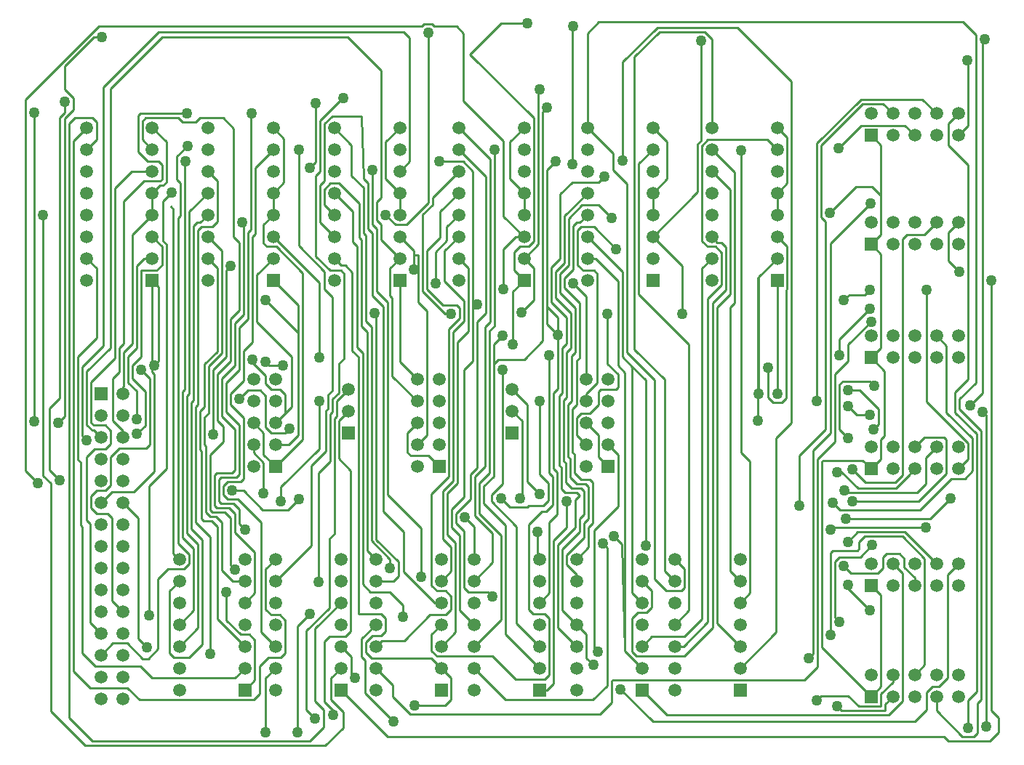
<source format=gtl>
G04 Layer_Physical_Order=1*
G04 Layer_Color=255*
%FSLAX23Y23*%
%MOIN*%
G70*
G01*
G75*
%ADD10C,0.010*%
%ADD11R,0.059X0.059*%
%ADD12C,0.059*%
%ADD13R,0.059X0.059*%
%ADD14C,0.059*%
%ADD15R,0.059X0.059*%
%ADD16C,0.050*%
D10*
X2613Y3502D02*
X2615Y3500D01*
X4492Y3432D02*
X4500Y3440D01*
X4492Y1817D02*
Y3432D01*
X4460Y1865D02*
Y3462D01*
X4385Y1790D02*
X4460Y1865D01*
X4402Y3520D02*
X4460Y3462D01*
X2732Y3520D02*
X4402D01*
X2680Y3468D02*
X2732Y3520D01*
X3369Y3495D02*
X3615Y3249D01*
X3000Y3495D02*
X3369D01*
X2842Y3337D02*
X3000Y3495D01*
X3217Y3475D02*
X3250Y3442D01*
X3010Y3475D02*
X3217D01*
X2895Y3360D02*
X3010Y3475D01*
X3250Y3035D02*
Y3442D01*
X3200Y2976D02*
Y3435D01*
X418Y3450D02*
X455D01*
X285Y3317D02*
X418Y3450D01*
X285Y3212D02*
Y3317D01*
X105Y1461D02*
Y3165D01*
X440Y3500D01*
X1923D01*
X220Y357D02*
Y1404D01*
X185Y1439D02*
X220Y1404D01*
X185Y1439D02*
Y2635D01*
X214Y1464D02*
X260Y1418D01*
X1977Y3500D02*
X2081D01*
X1967Y3510D02*
X1977Y3500D01*
X1933Y3510D02*
X1967D01*
X1923Y3500D02*
X1933Y3510D01*
X2081Y3500D02*
X2112Y3469D01*
X1970Y2715D02*
X2090Y2835D01*
X1970Y2682D02*
Y2715D01*
X1925Y2637D02*
X1970Y2682D01*
X1925Y2285D02*
Y2637D01*
X1850Y2590D02*
X1950Y2690D01*
Y3470D01*
X1838Y3475D02*
X1865Y3448D01*
Y2880D02*
Y3448D01*
X2284Y3515D02*
X2405D01*
X2613Y2868D02*
Y3500D01*
X2142Y3373D02*
X2284Y3515D01*
X4435Y1760D02*
X4492Y1817D01*
X4335Y2955D02*
X4425Y2865D01*
Y1881D02*
Y2865D01*
X4365Y1821D02*
X4425Y1881D01*
X4365Y1729D02*
Y1821D01*
X4335Y2955D02*
Y3055D01*
X4385Y1745D02*
X4485Y1645D01*
X4380Y3000D02*
X4425Y3045D01*
X4425Y3045D02*
X4425Y3045D01*
X4425Y3045D02*
Y3340D01*
X2980Y2535D02*
X3185Y2740D01*
X3205Y2953D02*
X3232Y2980D01*
X3505D01*
X3205Y2732D02*
Y2953D01*
X3185Y2740D02*
Y2962D01*
X3200Y2976D01*
X3205Y2732D02*
X3205Y2732D01*
X3205Y2515D02*
Y2732D01*
X4420Y3345D02*
X4425Y3340D01*
X1455Y3068D02*
X1557Y3170D01*
X1560D01*
X1510Y3089D02*
X1644D01*
X1475Y3054D02*
X1510Y3089D01*
X1475Y2793D02*
Y3054D01*
X2475Y3108D02*
X2495Y3128D01*
X2455Y2500D02*
Y3205D01*
X2460Y3210D01*
X1435Y2879D02*
Y3148D01*
X2142Y3373D02*
X2435Y3080D01*
Y2515D02*
Y3080D01*
X2410Y2490D02*
X2435Y2515D01*
X2475Y2058D02*
Y3108D01*
X2495Y2840D02*
X2535Y2880D01*
X2495Y2215D02*
Y2840D01*
X285Y3212D02*
X325Y3172D01*
Y3118D02*
Y3172D01*
X285Y3078D02*
X325Y3118D01*
X285Y1712D02*
Y3078D01*
X285Y3106D02*
Y3155D01*
X262Y3083D02*
X285Y3106D01*
X262Y1796D02*
Y3083D01*
X145Y1689D02*
Y3105D01*
X254Y1681D02*
X285Y1712D01*
X214Y1464D02*
Y1748D01*
X262Y1796D01*
X305Y327D02*
Y3055D01*
X325Y540D02*
Y2975D01*
X345Y1513D02*
Y1986D01*
X365Y1622D02*
Y1937D01*
X385Y1672D02*
Y1917D01*
Y1672D02*
X410Y1647D01*
X405Y1683D02*
Y1867D01*
Y1683D02*
X418Y1670D01*
X505Y1690D02*
X550Y1645D01*
X505Y1690D02*
Y1885D01*
X105Y1461D02*
X161Y1405D01*
X685Y1916D02*
Y2335D01*
X4025Y2725D02*
Y2955D01*
Y2545D02*
Y2725D01*
X1355Y2095D02*
Y2220D01*
X1295Y1725D02*
X1325Y1755D01*
X1250Y1680D02*
X1295Y1725D01*
X1885Y2450D02*
Y2470D01*
Y2385D02*
Y2450D01*
X1905Y2235D02*
Y2450D01*
X2155Y2205D02*
Y2835D01*
Y1965D02*
Y2205D01*
X2545Y2085D02*
Y2165D01*
Y1839D02*
Y2085D01*
X2495Y2135D02*
Y2215D01*
X2250Y1952D02*
Y2041D01*
X2885Y1939D02*
X2947Y1877D01*
X2840Y1985D02*
X2885Y1939D01*
X3465Y2350D02*
X3550Y2435D01*
X3461Y2346D02*
X3465Y2350D01*
X3461Y1693D02*
Y2346D01*
X685Y1916D02*
X696Y1905D01*
Y1459D02*
Y1905D01*
X602Y1365D02*
X696Y1459D01*
X500Y1365D02*
X602D01*
X450Y1315D02*
X500Y1365D01*
X614Y1699D02*
Y1827D01*
X576Y1865D02*
X614Y1827D01*
X576Y1865D02*
Y1985D01*
X616Y2025D01*
Y2403D01*
X648Y2435D01*
X685D01*
Y2535D02*
X730Y2490D01*
Y2405D02*
Y2490D01*
X705Y2380D02*
X730Y2405D01*
X636Y2380D02*
X705D01*
X636Y1985D02*
Y2380D01*
X596Y1945D02*
X636Y1985D01*
X596Y1884D02*
Y1945D01*
Y1884D02*
X655Y1825D01*
Y1669D02*
Y1825D01*
X616Y1630D02*
X655Y1669D01*
X1150Y1544D02*
Y1580D01*
Y1544D02*
X1195Y1499D01*
Y1357D02*
Y1499D01*
X2675Y1680D02*
X2730Y1625D01*
Y1525D02*
Y1625D01*
Y1525D02*
X2775Y1480D01*
X1195Y1535D02*
X1250Y1480D01*
X1195Y1535D02*
Y1635D01*
X1150Y1680D02*
X1195Y1635D01*
X1950Y1530D02*
X2000Y1480D01*
X1870Y1530D02*
X1950D01*
X1855Y1545D02*
X1870Y1530D01*
X1855Y1545D02*
Y1635D01*
X1900Y1680D01*
X2980Y2735D02*
X3045Y2800D01*
Y2970D01*
X2980Y3035D02*
X3045Y2970D01*
X3980Y425D02*
X4025Y470D01*
Y890D01*
X3980Y935D02*
X4025Y890D01*
X3980Y3000D02*
X4025Y2955D01*
X3980Y2500D02*
X4025Y2545D01*
X3793Y2645D02*
X3913Y2765D01*
X3985D01*
X4025Y2725D01*
X3980Y1980D02*
X4025Y2025D01*
Y2455D01*
X3980Y2500D02*
X4025Y2455D01*
X592Y2835D02*
X685D01*
X516Y2759D02*
X592Y2835D01*
X516Y1978D02*
Y2759D01*
X405Y1867D02*
X516Y1978D01*
X418Y1670D02*
X470D01*
X495Y1645D01*
Y1585D02*
Y1645D01*
X470Y1560D02*
X495Y1585D01*
X420Y1560D02*
X470D01*
X385Y1525D02*
X420Y1560D01*
X385Y1235D02*
Y1525D01*
Y1235D02*
X401Y1219D01*
Y764D02*
Y1219D01*
Y764D02*
X450Y715D01*
X1045Y1028D02*
X1065Y1008D01*
X1045Y1028D02*
Y1245D01*
X1019Y1271D02*
X1045Y1245D01*
X960Y1271D02*
X1019D01*
X950Y1281D02*
X960Y1271D01*
X950Y1281D02*
Y1536D01*
X1010Y1596D01*
Y1666D01*
X986Y1690D02*
X1010Y1666D01*
X986Y1690D02*
Y1905D01*
X1045Y1964D01*
Y2159D01*
X1085Y2199D01*
Y2508D01*
X1058Y2535D02*
X1085Y2508D01*
X1058Y2535D02*
Y3032D01*
X1010Y3080D02*
X1058Y3032D01*
X905Y3080D02*
X1010D01*
X885Y3060D02*
X905Y3080D01*
X825Y3060D02*
X885D01*
X805Y3080D02*
X825Y3060D01*
X655Y3080D02*
X805D01*
X640Y3065D02*
X655Y3080D01*
X640Y2980D02*
Y3065D01*
Y2980D02*
X685Y2935D01*
X325Y2975D02*
X385Y3035D01*
X325Y540D02*
X400Y465D01*
X573D01*
X628Y410D01*
X1150D01*
X1177Y437D01*
Y565D01*
X1217Y605D01*
X1275D01*
X1295Y625D01*
Y775D01*
X1270Y800D02*
X1295Y775D01*
X1230Y800D02*
X1270D01*
X1205Y825D02*
X1230Y800D01*
X1205Y825D02*
Y1010D01*
X1250Y1055D01*
X1432Y737D02*
X1550Y855D01*
X1432Y405D02*
Y737D01*
Y405D02*
X1472Y365D01*
Y285D02*
Y365D01*
X1407Y220D02*
X1472Y285D01*
X412Y220D02*
X1407D01*
X305Y327D02*
X412Y220D01*
X305Y3055D02*
X330Y3080D01*
X410D01*
X430Y3060D01*
Y2980D02*
Y3060D01*
X385Y2935D02*
X430Y2980D01*
X1505Y510D02*
X1550Y555D01*
X1505Y410D02*
Y510D01*
Y410D02*
X1560Y355D01*
Y281D02*
Y355D01*
X1479Y200D02*
X1560Y281D01*
X377Y200D02*
X1479D01*
X220Y357D02*
X377Y200D01*
X810Y755D02*
X875Y820D01*
Y1106D01*
X825Y1156D02*
X875Y1106D01*
X825Y1156D02*
Y1826D01*
X835Y1836D01*
Y2880D01*
X838Y2883D01*
X770Y2675D02*
X782Y2663D01*
Y1083D02*
X810Y1055D01*
X782Y1083D02*
Y2663D01*
X3833Y2943D02*
X3935Y3045D01*
X4135D01*
X4180Y3000D01*
X1310Y1580D02*
X1355Y1625D01*
Y2095D01*
X1205Y2245D02*
X1355Y2095D01*
X1240Y2335D02*
X1355Y2220D01*
X1250Y1580D02*
X1310D01*
X1295Y1725D02*
Y1810D01*
X1270Y1835D02*
X1295Y1810D01*
X1230Y1835D02*
X1270D01*
X1205Y1860D02*
X1230Y1835D01*
X1205Y1860D02*
Y1897D01*
X1145Y1957D02*
X1205Y1897D01*
X1145Y1957D02*
Y1971D01*
X1451Y1981D02*
Y2324D01*
X1240Y2535D02*
X1451Y2324D01*
X798Y2904D02*
X847Y2953D01*
X798Y2798D02*
Y2904D01*
Y2798D02*
X815Y2781D01*
Y2630D02*
Y2781D01*
X805Y2620D02*
X815Y2630D01*
X805Y1129D02*
Y2620D01*
Y1129D02*
X855Y1079D01*
Y1035D02*
Y1079D01*
X830Y1010D02*
X855Y1035D01*
X758Y1010D02*
X830D01*
X713Y965D02*
X758Y1010D01*
X713Y645D02*
Y965D01*
X667Y599D02*
X713Y645D01*
X641Y599D02*
X667D01*
X570Y670D02*
X641Y599D01*
X505Y670D02*
X570D01*
X450Y615D02*
X505Y670D01*
X1185Y720D02*
X1250Y655D01*
X1185Y720D02*
Y1225D01*
X1079Y1331D02*
X1185Y1225D01*
X1030Y1331D02*
X1079D01*
X1010Y1351D02*
X1030Y1331D01*
X1010Y1351D02*
Y1391D01*
X1030Y1411D01*
X1091D01*
X1105Y1425D01*
Y1705D01*
X1046Y1764D02*
X1105Y1705D01*
X1046Y1764D02*
Y1816D01*
X1105Y1875D01*
Y2011D01*
X1145Y2051D01*
Y2536D01*
X1158Y2549D01*
Y2853D01*
X1240Y2935D01*
X1695Y2591D02*
Y2840D01*
Y2591D02*
X1715Y2571D01*
Y2284D02*
Y2571D01*
Y2284D02*
X1764Y2235D01*
Y1352D02*
Y2235D01*
Y1352D02*
X1919Y1197D01*
Y974D02*
Y1197D01*
X1550Y655D02*
X1598Y608D01*
Y528D02*
Y608D01*
Y528D02*
X1615Y510D01*
X952Y623D02*
Y1159D01*
X885Y1226D02*
X952Y1159D01*
X885Y1226D02*
Y1755D01*
X895Y1765D01*
Y2565D01*
X910Y2580D01*
X960D01*
X985Y2605D01*
Y2790D01*
X940Y2835D02*
X985Y2790D01*
X810Y655D02*
X895Y740D01*
Y1126D01*
X845Y1176D02*
X895Y1126D01*
X845Y1176D02*
Y1806D01*
X855Y1816D01*
Y2650D01*
X940Y2735D01*
X765Y910D02*
X810Y955D01*
X765Y625D02*
Y910D01*
Y625D02*
X785Y605D01*
X855D01*
X915Y665D01*
Y1146D01*
X865Y1196D02*
X915Y1146D01*
X865Y1196D02*
Y1775D01*
X875Y1785D01*
Y2585D01*
X890Y2600D01*
X905D01*
X940Y2635D01*
X1820Y1960D02*
Y2335D01*
Y1960D02*
X1900Y1880D01*
X966Y1627D02*
Y1925D01*
X1025Y1984D01*
Y2382D01*
X1045Y2402D01*
X1900Y1580D02*
X1945Y1625D01*
Y2195D01*
X1905Y2235D02*
X1945Y2195D01*
X1885Y2450D02*
X1905D01*
X1820Y2535D02*
X1885Y2470D01*
X1820Y2835D02*
X1865Y2880D01*
X714Y3475D02*
X1838D01*
X462Y3223D02*
X714Y3475D01*
X462Y2034D02*
Y3223D01*
X365Y1937D02*
X462Y2034D01*
X365Y1622D02*
X386Y1601D01*
X2058Y1203D02*
X2095Y1166D01*
X2155Y2205D02*
X2175Y2225D01*
X3856Y2245D02*
X3880Y2269D01*
X3951D01*
X3975Y2293D01*
X4235Y1778D02*
Y2293D01*
Y1778D02*
X4425Y1588D01*
Y1515D02*
Y1588D01*
X4380Y1470D02*
X4425Y1515D01*
X2460Y855D02*
X2505Y900D01*
Y1224D01*
X2543Y1262D01*
Y1455D01*
X2525Y1473D02*
X2543Y1455D01*
X2525Y1473D02*
Y1819D01*
X2545Y1839D01*
X2495Y2215D02*
X2545Y2165D01*
X4159Y1449D02*
X4180Y1470D01*
X4159Y1445D02*
Y1449D01*
X4095Y1381D02*
X4159Y1445D01*
X3921Y1381D02*
X4095D01*
X3846Y1456D02*
X3921Y1381D01*
X3826Y1456D02*
X3846D01*
X2495Y2135D02*
X2545Y2085D01*
X2304Y711D02*
X2460Y555D01*
X2304Y711D02*
Y1212D01*
X2205Y1311D02*
Y1390D01*
X2250Y1435D01*
Y1952D01*
X2270Y1972D01*
X2390D01*
X2475Y2058D01*
X1407Y2851D02*
X1435Y2879D01*
X2205Y1311D02*
X2304Y1212D01*
X2250Y2041D02*
X2290Y2081D01*
X3875Y1833D02*
X3928D01*
X4016Y1745D01*
Y1675D02*
Y1745D01*
X3993Y1652D02*
X4016Y1675D01*
X1475Y2680D02*
X1520Y2635D01*
X1475Y2680D02*
Y2753D01*
X1502Y2780D01*
X1542D01*
X1635Y2687D01*
Y2531D02*
Y2687D01*
Y2531D02*
X1644Y2522D01*
Y2124D02*
Y2522D01*
Y2124D02*
X1670Y2099D01*
Y1095D02*
Y2099D01*
Y1095D02*
X1710Y1055D01*
X1455Y2600D02*
X1520Y2535D01*
X1455Y2600D02*
Y2773D01*
X1475Y2793D01*
X1644Y3089D02*
X1655Y2800D01*
X1675Y2780D01*
Y2571D02*
Y2780D01*
Y2571D02*
X1695Y2551D01*
Y2264D02*
Y2551D01*
Y2264D02*
X1744Y2215D01*
Y1276D02*
Y2215D01*
Y1276D02*
X1837Y1183D01*
Y998D02*
Y1183D01*
Y998D02*
X1980Y855D01*
X2010D01*
X2339Y2284D02*
X2390Y2335D01*
X2339Y2040D02*
Y2284D01*
X2390Y2435D02*
X2455Y2500D01*
X630Y3100D02*
X845D01*
X620Y3090D02*
X630Y3100D01*
X620Y2925D02*
Y3090D01*
Y2925D02*
X665Y2880D01*
X715D01*
X730Y2865D01*
Y2798D02*
Y2865D01*
X722Y2790D02*
X730Y2798D01*
X649Y2790D02*
X722D01*
X556Y2697D02*
X649Y2790D01*
X556Y2045D02*
Y2697D01*
X536Y2025D02*
X556Y2045D01*
X536Y1916D02*
Y2025D01*
X505Y1885D02*
X536Y1916D01*
X550Y1615D02*
Y1645D01*
X2390Y2435D02*
X2435Y2390D01*
Y2245D02*
Y2390D01*
X2379Y2189D02*
X2435Y2245D01*
X2296Y2629D02*
X2390Y2535D01*
X2296Y2629D02*
Y2975D01*
X2112Y3159D02*
X2296Y2975D01*
X2112Y3159D02*
Y3469D01*
X2353Y2535D02*
X2390D01*
X2296Y2478D02*
X2353Y2535D01*
X2296Y2295D02*
Y2478D01*
X2160Y655D02*
X2284Y779D01*
Y1166D01*
X2185Y1265D02*
X2284Y1166D01*
X2185Y1265D02*
Y1405D01*
X2230Y1450D01*
Y2101D01*
X2256Y2127D01*
Y2935D01*
X2224Y905D02*
X2244Y885D01*
X2135Y905D02*
X2224D01*
X2115Y925D02*
X2135Y905D01*
X2115Y925D02*
Y1185D01*
X2078Y1222D02*
X2115Y1185D01*
X2078Y1222D02*
Y1265D01*
X2145Y1332D01*
Y1445D01*
X2175Y1475D01*
Y2145D01*
X2215Y2185D01*
Y2810D01*
X2090Y2935D02*
X2215Y2810D01*
X2355Y760D02*
X2460Y655D01*
X2355Y760D02*
Y1205D01*
X2240Y1320D02*
X2355Y1205D01*
X2240Y1320D02*
Y1350D01*
X2290Y1400D01*
Y1923D01*
X2292Y1925D01*
X2028Y2182D02*
X2055D01*
X1925Y2285D02*
X2028Y2182D01*
X2005Y2650D02*
X2090Y2735D01*
X2005Y2530D02*
Y2650D01*
X1945Y2470D02*
X2005Y2530D01*
X1945Y2295D02*
Y2470D01*
Y2295D02*
X2018Y2222D01*
X2080D01*
X2095Y2207D01*
Y2162D02*
Y2207D01*
X2045Y2112D02*
X2095Y2162D01*
X2045Y1435D02*
Y2112D01*
X1965Y1355D02*
X2045Y1435D01*
X1965Y935D02*
Y1355D01*
Y935D02*
X1990Y910D01*
X2030D01*
X2055Y885D01*
Y825D02*
Y885D01*
X2030Y800D02*
X2055Y825D01*
X1958Y800D02*
X2030D01*
X1841Y683D02*
X1958Y800D01*
X1738Y683D02*
X1841D01*
X1710Y655D02*
X1738Y683D01*
X2036Y2581D02*
X2090Y2635D01*
X2036Y2517D02*
Y2581D01*
X1985Y2466D02*
X2036Y2517D01*
X1985Y2320D02*
Y2466D01*
X1704Y2184D02*
X1712Y2176D01*
Y1146D02*
Y2176D01*
Y1146D02*
X1814Y1044D01*
Y979D02*
Y1044D01*
X1790Y955D02*
X1814Y979D01*
X1710Y955D02*
X1790D01*
X2025Y2470D02*
X2090Y2535D01*
X2025Y2332D02*
Y2470D01*
Y2332D02*
X2115Y2242D01*
Y2147D02*
Y2242D01*
X2065Y2097D02*
X2115Y2147D01*
X2065Y1415D02*
Y2097D01*
X2018Y1369D02*
X2065Y1415D01*
X2018Y1148D02*
Y1369D01*
Y1148D02*
X2055Y1111D01*
Y1000D02*
Y1111D01*
X2010Y955D02*
X2055Y1000D01*
X2616Y2320D02*
X2675Y2261D01*
Y1880D02*
Y2261D01*
X2463Y1444D02*
Y1780D01*
Y1444D02*
X2503Y1404D01*
Y1325D02*
Y1404D01*
X2478Y1300D02*
X2503Y1325D01*
X2411Y1300D02*
X2478D01*
X2405Y1294D02*
X2411Y1300D01*
X2326Y1294D02*
X2405D01*
X2285Y1335D02*
X2326Y1294D01*
X2710Y2580D02*
X2812Y2478D01*
X2650Y2580D02*
X2710D01*
X2635Y2565D02*
X2650Y2580D01*
X2635Y2405D02*
Y2565D01*
Y2405D02*
X2660Y2380D01*
X2710D01*
X2725Y2365D01*
Y1865D02*
Y2365D01*
X2675Y1815D02*
X2725Y1865D01*
X2675Y1780D02*
Y1815D01*
X735Y2699D02*
X775Y2739D01*
X735Y2515D02*
Y2699D01*
Y2515D02*
X750Y2500D01*
Y1470D02*
Y2500D01*
X673Y1393D02*
X750Y1470D01*
X673Y797D02*
Y1393D01*
X3080Y755D02*
X3145Y820D01*
Y2041D01*
X2915Y2270D02*
X3145Y2041D01*
X2915Y2270D02*
Y2870D01*
X2980Y2935D01*
X4280Y360D02*
Y425D01*
Y360D02*
X4399Y241D01*
X4451D01*
X4468Y258D01*
Y394D01*
X4485Y411D01*
Y1645D01*
X4385Y1745D02*
Y1790D01*
X2680Y3035D02*
Y3468D01*
X3380Y855D02*
X3425Y900D01*
Y1506D01*
X3386Y1545D02*
X3425Y1506D01*
X3386Y1545D02*
Y2932D01*
X3380Y555D02*
X3546Y721D01*
Y1613D01*
X3615Y1682D01*
Y3249D01*
X2842Y2886D02*
Y3337D01*
X2565Y820D02*
X2630Y755D01*
X2565Y820D02*
Y1100D01*
X2645Y1180D01*
Y1243D01*
X2665Y1263D01*
Y1368D01*
X2650Y1383D02*
X2665Y1368D01*
X2607Y1383D02*
X2650D01*
X2583Y1407D02*
X2607Y1383D01*
X2583Y1407D02*
Y1495D01*
X2570Y1508D02*
X2583Y1495D01*
X2570Y1508D02*
Y1785D01*
X2585Y1799D01*
Y2005D01*
X2605Y2025D01*
Y2186D01*
X2535Y2256D02*
X2605Y2186D01*
X2535Y2256D02*
Y2374D01*
X2575Y2414D01*
Y2630D01*
X2680Y2735D01*
X3875Y923D02*
Y939D01*
Y923D02*
X3976Y822D01*
X2838Y1124D02*
X2851Y634D01*
X2800Y1162D02*
X2838Y1124D01*
X3796Y1191D02*
X3805Y1200D01*
X4230D01*
X2851Y634D02*
X2930Y555D01*
X2851Y634D02*
Y1913D01*
X2820Y1945D02*
X2851Y1913D01*
X2820Y1945D02*
Y2332D01*
X2717Y2435D02*
X2820Y2332D01*
X2680Y2435D02*
X2717D01*
X550Y1315D02*
X621Y1244D01*
Y690D02*
Y1244D01*
Y690D02*
X660Y651D01*
X2711Y650D02*
X2728Y632D01*
X2711Y650D02*
Y1189D01*
X2820Y1298D01*
Y1535D01*
X2775Y1580D02*
X2820Y1535D01*
X1308Y1283D02*
X1358Y1333D01*
X1192Y1283D02*
X1308D01*
X1104Y1371D02*
X1192Y1283D01*
X1050Y1371D02*
X1104D01*
X3505Y2980D02*
X3550Y2935D01*
X3205Y2515D02*
X3230Y2490D01*
X3267D01*
X3295Y2462D01*
Y2315D02*
Y2462D01*
X3233Y2253D02*
X3295Y2315D01*
X3233Y768D02*
Y2253D01*
X3120Y655D02*
X3233Y768D01*
X3080Y655D02*
X3120D01*
X2895Y2019D02*
Y3360D01*
Y2019D02*
X3034Y1880D01*
Y1001D02*
Y1880D01*
Y1001D02*
X3080Y955D01*
X3250Y2835D02*
X3335Y2750D01*
Y2270D02*
Y2750D01*
X3275Y2211D02*
X3335Y2270D01*
X3275Y760D02*
Y2211D01*
Y760D02*
X3380Y655D01*
X2545Y740D02*
X2630Y655D01*
X2545Y740D02*
Y1120D01*
X2625Y1200D01*
Y1328D01*
X2645Y1348D01*
X2630Y1363D02*
X2645Y1348D01*
X2577Y1363D02*
X2630D01*
X2563Y1377D02*
X2577Y1363D01*
X2563Y1377D02*
Y1475D01*
X2550Y1488D02*
X2563Y1475D01*
X2550Y1488D02*
Y1805D01*
X2565Y1819D01*
Y2025D01*
X2585Y2045D01*
Y2165D01*
X2515Y2235D02*
X2585Y2165D01*
X2515Y2235D02*
Y2395D01*
X2555Y2435D01*
Y2730D01*
X2610Y2785D01*
X2731D01*
X2759Y2813D01*
X3205Y2390D02*
X3250Y2435D01*
X3205Y780D02*
Y2390D01*
X3125Y700D02*
X3205Y780D01*
X2975Y700D02*
X3125D01*
X2930Y655D02*
X2975Y700D01*
X1532Y1782D02*
X1585Y1835D01*
X1532Y1712D02*
Y1782D01*
X1520Y1700D02*
X1532Y1712D01*
X1520Y1173D02*
Y1700D01*
X1498Y1151D02*
X1520Y1173D01*
X1498Y833D02*
Y1151D01*
X1392Y727D02*
X1498Y833D01*
X1392Y365D02*
Y727D01*
Y365D02*
X1432Y325D01*
X2406Y1412D02*
X2463Y1355D01*
X2406Y1412D02*
Y1764D01*
X2335Y1835D02*
X2406Y1764D01*
X4035Y3145D02*
X4080Y3100D01*
X3943Y3145D02*
X4035D01*
X3753Y2955D02*
X3943Y3145D01*
X3753Y2625D02*
Y2955D01*
Y2625D02*
X3773Y2605D01*
Y1653D02*
Y2605D01*
X3652Y1532D02*
X3773Y1653D01*
X3652Y1300D02*
Y1532D01*
X1025Y775D02*
Y905D01*
Y775D02*
X1090Y710D01*
X1130D01*
X1155Y685D01*
Y500D02*
Y685D01*
X1110Y455D02*
X1155Y500D01*
X1448Y952D02*
Y1453D01*
X1500Y1505D01*
Y1720D01*
X1512Y1731D01*
Y1791D01*
X1540Y1819D01*
Y1952D01*
X1565Y1977D01*
Y2365D01*
X1550Y2380D02*
X1565Y2365D01*
X1500Y2380D02*
X1550D01*
X1435Y2445D02*
X1500Y2380D01*
X1435Y2445D02*
Y2815D01*
X1455Y2835D01*
Y3068D01*
X3733Y1781D02*
Y2964D01*
X3934Y3165D01*
X4215D01*
X4280Y3100D01*
X3695Y600D02*
X3715Y620D01*
Y1554D01*
X3795Y1634D01*
Y2506D01*
X3978Y2689D01*
X3835Y2065D02*
X3976Y2206D01*
X3835Y1990D02*
Y2065D01*
X2505Y1453D02*
Y1990D01*
Y1453D02*
X2523Y1435D01*
Y1305D02*
Y1435D01*
X2493Y1275D02*
X2523Y1305D01*
X2473Y1275D02*
X2493D01*
X2412Y1214D02*
X2473Y1275D01*
X2412Y825D02*
Y1214D01*
Y825D02*
X2432Y805D01*
X2485D01*
X2505Y785D01*
Y525D02*
Y785D01*
X2485Y505D02*
X2505Y525D01*
X2350Y505D02*
X2485D01*
X2245Y610D02*
X2350Y505D01*
X1990Y610D02*
X2245D01*
X1965Y635D02*
X1990Y610D01*
X1965Y635D02*
Y710D01*
X2010Y755D01*
X3875Y2040D02*
X3980Y2145D01*
X3875Y1965D02*
Y2040D01*
X3815Y1905D02*
X3875Y1965D01*
X3815Y1595D02*
Y1905D01*
X3735Y1515D02*
X3815Y1595D01*
X3735Y561D02*
Y1515D01*
X3676Y502D02*
X3735Y561D01*
X2797Y502D02*
X3676D01*
X2792Y497D02*
X2797Y502D01*
X2792Y397D02*
Y497D01*
X2739Y344D02*
X2792Y397D01*
X1868Y344D02*
X2739D01*
X1787Y425D02*
X1868Y344D01*
X1787Y425D02*
Y478D01*
X1710Y555D02*
X1787Y478D01*
X4180Y1570D02*
X4225Y1615D01*
X4315D01*
X4325Y1605D01*
Y1449D02*
Y1605D01*
X4197Y1321D02*
X4325Y1449D01*
X3895Y1321D02*
X4197D01*
X4233Y1523D02*
X4280Y1570D01*
X4233Y1403D02*
Y1523D01*
X4191Y1361D02*
X4233Y1403D01*
X3869Y1361D02*
X4191D01*
X3859Y1371D02*
X3869Y1361D01*
X2160Y555D02*
X2305Y410D01*
X2704D01*
X2770Y476D01*
Y1108D01*
X2751Y1127D02*
X2770Y1108D01*
X3865Y1241D02*
X4250D01*
X4345Y1336D01*
X3815Y789D02*
X3835Y769D01*
X3815Y789D02*
Y1045D01*
X3835Y1065D01*
X3930D01*
X3985Y1120D01*
X2833Y459D02*
X2980Y312D01*
X4182D01*
X4235Y365D01*
Y445D01*
X4260Y470D01*
X4290D01*
X4330Y510D01*
Y985D01*
X4380Y1035D01*
X1358Y2494D02*
Y2936D01*
Y2494D02*
X1475Y2376D01*
Y2294D02*
Y2376D01*
Y2294D02*
X1510Y2259D01*
Y1829D02*
Y2259D01*
X1492Y1811D02*
X1510Y1829D01*
X1492Y1747D02*
Y1811D01*
X1480Y1735D02*
X1492Y1747D01*
X1480Y1552D02*
Y1735D01*
X1414Y1486D02*
X1480Y1552D01*
X1414Y1119D02*
Y1486D01*
X1250Y955D02*
X1414Y1119D01*
X1055Y955D02*
X1110D01*
X1005Y1005D02*
X1055Y955D01*
X1005Y1005D02*
Y1225D01*
X979Y1251D02*
X1005Y1225D01*
X950Y1251D02*
X979D01*
X930Y1271D02*
X950Y1251D01*
X930Y1271D02*
Y1576D01*
X925Y1581D02*
X930Y1576D01*
X925Y1581D02*
Y1706D01*
X946Y1727D01*
Y1941D01*
X1005Y2000D01*
Y2470D01*
X940Y2535D02*
X1005Y2470D01*
X985Y780D02*
X1110Y655D01*
X985Y780D02*
Y1205D01*
X959Y1231D02*
X985Y1205D01*
X920Y1231D02*
X959D01*
X910Y1241D02*
X920Y1231D01*
X910Y1241D02*
Y1552D01*
X905Y1557D02*
X910Y1552D01*
X905Y1557D02*
Y1735D01*
X926Y1756D01*
Y1950D01*
X985Y2009D01*
Y2390D01*
X940Y2435D02*
X985Y2390D01*
X1085Y1218D02*
X1113Y1190D01*
X1085Y1218D02*
Y1285D01*
X1059Y1311D02*
X1085Y1285D01*
X1000Y1311D02*
X1059D01*
X990Y1321D02*
X1000Y1311D01*
X990Y1321D02*
Y1421D01*
X1000Y1431D01*
X1071D01*
X1085Y1445D01*
Y1671D01*
X1026Y1730D02*
X1085Y1671D01*
X1026Y1730D02*
Y1865D01*
X1085Y1924D01*
Y2117D01*
X1125Y2157D01*
Y2555D01*
X1138Y2568D01*
Y3096D01*
X1142Y3100D01*
X1098Y2600D02*
X1105Y2593D01*
Y2177D02*
Y2593D01*
X1065Y2137D02*
X1105Y2177D01*
X1065Y1944D02*
Y2137D01*
X1006Y1885D02*
X1065Y1944D01*
X1006Y1710D02*
Y1885D01*
Y1710D02*
X1065Y1651D01*
Y1465D02*
Y1651D01*
X1051Y1451D02*
X1065Y1465D01*
X980Y1451D02*
X1051D01*
X970Y1441D02*
X980Y1451D01*
X970Y1301D02*
Y1441D01*
Y1301D02*
X980Y1291D01*
X1039D01*
X1065Y1265D01*
Y1178D02*
Y1265D01*
Y1178D02*
X1155Y1088D01*
Y900D02*
Y1088D01*
X1110Y855D02*
X1155Y900D01*
X1276Y1323D02*
Y1389D01*
X1450Y1563D01*
Y1780D01*
X2371Y1335D02*
X2380Y1344D01*
Y1690D01*
X2335Y1735D02*
X2380Y1690D01*
X1065Y510D02*
X1110Y555D01*
X686Y510D02*
X1065D01*
X631Y565D02*
X686Y510D01*
X425Y565D02*
X631D01*
X365Y625D02*
X425Y565D01*
X365Y625D02*
Y1205D01*
X358Y1212D02*
X365Y1205D01*
X358Y1212D02*
Y1500D01*
X345Y1513D02*
X358Y1500D01*
X345Y1986D02*
X430Y2071D01*
Y2390D01*
X385Y2435D02*
X430Y2390D01*
X4280Y2080D02*
X4325Y2035D01*
Y1729D02*
Y2035D01*
Y1729D02*
X4445Y1610D01*
Y1460D02*
Y1610D01*
X4410Y1425D02*
X4445Y1460D01*
X4349Y1425D02*
X4410D01*
X4205Y1281D02*
X4349Y1425D01*
X3838Y1281D02*
X4205D01*
X3804Y1315D02*
X3838Y1281D01*
X1205Y510D02*
X1250Y555D01*
X1205Y261D02*
Y510D01*
X4335Y2424D02*
X4385Y2374D01*
X4335Y2424D02*
Y2555D01*
X4380Y2600D01*
X4425Y281D02*
Y409D01*
X4465Y448D01*
Y1630D01*
X4365Y1729D02*
X4465Y1630D01*
X4335Y3055D02*
X4380Y3100D01*
X3550Y2535D02*
X3595Y2490D01*
Y2295D02*
Y2490D01*
X3590Y2290D02*
X3595Y2295D01*
X3590Y1794D02*
Y2290D01*
X3570Y1774D02*
X3590Y1794D01*
X3530Y1774D02*
X3570D01*
X3507Y1797D02*
X3530Y1774D01*
X3507Y1797D02*
Y1934D01*
X1520Y2735D02*
X1605Y2650D01*
Y2511D02*
Y2650D01*
Y2511D02*
X1624Y2492D01*
Y2029D02*
Y2492D01*
Y2029D02*
X1650Y2003D01*
Y940D02*
Y2003D01*
Y940D02*
X1685Y905D01*
X1775D01*
X1835Y845D01*
Y790D02*
Y845D01*
X2000Y2880D02*
X2110D01*
X2155Y2835D01*
X2115Y1925D02*
X2155Y1965D01*
X2115Y1342D02*
Y1925D01*
X2058Y1285D02*
X2115Y1342D01*
X2058Y1203D02*
Y1285D01*
X2095Y820D02*
Y1166D01*
Y820D02*
X2160Y755D01*
X1165Y2360D02*
X1240Y2435D01*
X1165Y2145D02*
Y2360D01*
Y2145D02*
X1325Y1985D01*
Y1755D02*
Y1985D01*
X1755Y2800D02*
X1820Y2735D01*
X1755Y2800D02*
Y2970D01*
X1820Y3035D01*
X2460Y455D02*
X2495D01*
X2525Y485D01*
Y1140D01*
X2585Y1200D01*
Y1323D01*
X3875Y1759D02*
X3916Y1718D01*
X3976D01*
X3895Y1467D02*
X3955Y1407D01*
X4090D01*
X4125Y1442D01*
Y2525D01*
X4145Y2545D01*
X4225D01*
X4280Y2600D01*
X2675Y603D02*
X2708Y570D01*
X2675Y603D02*
Y710D01*
X2630Y755D02*
X2675Y710D01*
X1735Y2520D02*
X1820Y2435D01*
X1735Y2520D02*
Y2590D01*
X1715Y2611D02*
X1735Y2590D01*
X1715Y2611D02*
Y2694D01*
X1735Y2714D01*
Y3298D01*
X1580Y3453D02*
X1735Y3298D01*
X732Y3453D02*
X1580D01*
X494Y3215D02*
X732Y3453D01*
X494Y2025D02*
Y3215D01*
X385Y1917D02*
X494Y2025D01*
X410Y1647D02*
X418D01*
X450Y1615D01*
X1755Y2635D02*
X1800Y2590D01*
X1850D01*
X1774Y1014D02*
Y1056D01*
X1690Y1140D02*
X1774Y1056D01*
X1690Y1140D02*
Y2121D01*
X1664Y2147D02*
X1690Y2121D01*
X1664Y2147D02*
Y2542D01*
X1655Y2551D02*
X1664Y2542D01*
X1655Y2551D02*
Y2760D01*
X1599Y2816D02*
X1655Y2760D01*
X1599Y2816D02*
Y2956D01*
X1520Y3035D02*
X1599Y2956D01*
X1965Y600D02*
X2010Y555D01*
X1693Y600D02*
X1965D01*
X1665Y628D02*
X1693Y600D01*
X1665Y628D02*
Y675D01*
X1695Y705D01*
X1735D01*
X1755Y725D01*
Y785D01*
X1735Y805D02*
X1755Y785D01*
X1630Y805D02*
X1735D01*
X1630Y805D02*
X1630Y805D01*
X1630Y805D02*
Y1986D01*
X1603Y2013D02*
X1630Y1986D01*
X1603Y2013D02*
Y2371D01*
X1570Y2404D02*
X1603Y2371D01*
X1551Y2404D02*
X1570D01*
X1520Y2435D02*
X1551Y2404D01*
X1352Y260D02*
Y748D01*
X1409Y805D01*
X3550Y1814D02*
Y2335D01*
X3465Y1814D02*
Y2350D01*
X2090Y3035D02*
X2235Y2890D01*
Y2146D02*
Y2890D01*
X2210Y2121D02*
X2235Y2146D01*
X2210Y1480D02*
Y2121D01*
X2165Y1435D02*
X2210Y1480D01*
X2165Y1255D02*
Y1435D01*
Y1255D02*
X2245Y1175D01*
Y1040D02*
Y1175D01*
X2160Y955D02*
X2245Y1040D01*
X2160Y1055D02*
Y1206D01*
X2118Y1248D02*
X2160Y1206D01*
X3835Y1650D02*
X3875Y1610D01*
X3835Y1650D02*
Y1858D01*
X3850Y1873D01*
X3976D01*
X3996Y1853D01*
X2010Y655D02*
X2075Y720D01*
Y1131D01*
X2038Y1168D02*
X2075Y1131D01*
X2038Y1168D02*
Y1359D01*
X2085Y1405D01*
Y2052D01*
X2135Y2102D01*
Y2390D01*
X2090Y2435D02*
X2135Y2390D01*
X1195Y2590D02*
X1240Y2635D01*
X1195Y2505D02*
Y2590D01*
Y2505D02*
X1210Y2490D01*
X1254D01*
X1375Y2369D01*
Y1605D02*
Y2369D01*
X1250Y1480D02*
X1375Y1605D01*
X1086Y1790D02*
X1126Y1830D01*
X1180D01*
X1205Y1805D01*
Y1660D02*
Y1805D01*
Y1660D02*
X1230Y1635D01*
X1294D01*
X1314Y1655D01*
X2630Y955D02*
Y986D01*
X2585Y1031D02*
X2630Y986D01*
X2585Y1031D02*
Y1076D01*
X2665Y1156D01*
Y1223D01*
X2685Y1243D01*
Y1388D01*
X2670Y1403D02*
X2685Y1388D01*
X2630Y1403D02*
X2670D01*
X2603Y1430D02*
X2630Y1403D01*
X2603Y1430D02*
Y1515D01*
X2590Y1528D02*
X2603Y1515D01*
X2590Y1528D02*
Y1765D01*
X2609Y1783D01*
Y1989D01*
X2625Y2005D01*
Y2209D01*
X2555Y2279D02*
X2625Y2209D01*
X2555Y2279D02*
Y2365D01*
X2595Y2405D01*
Y2619D01*
X2656Y2680D01*
X2733D01*
X2791Y2622D01*
X2630Y1055D02*
X2685Y1110D01*
Y1203D01*
X2705Y1223D01*
Y1408D01*
X2690Y1423D02*
X2705Y1408D01*
X2650Y1423D02*
X2690D01*
X2623Y1450D02*
X2650Y1423D01*
X2623Y1450D02*
Y1535D01*
X2610Y1548D02*
X2623Y1535D01*
X2610Y1548D02*
Y1745D01*
X2630Y1764D01*
Y1966D01*
X2645Y1981D01*
Y2233D01*
X2575Y2302D02*
X2645Y2233D01*
X2575Y2302D02*
Y2345D01*
X2615Y2385D01*
Y2585D01*
X2630Y2600D01*
X2645D01*
X2680Y2635D01*
X2452Y1063D02*
Y1181D01*
Y1063D02*
X2460Y1055D01*
X1550Y455D02*
X1765Y240D01*
X4316D01*
X4335Y221D01*
X4525D01*
X4565Y261D01*
Y329D01*
X4532Y362D02*
X4565Y329D01*
X4532Y362D02*
Y2334D01*
X596Y2546D02*
X685Y2635D01*
X596Y2045D02*
Y2546D01*
X556Y2005D02*
X596Y2045D01*
X556Y1851D02*
Y2005D01*
X550Y1845D02*
X556Y1851D01*
X550Y1815D02*
Y1845D01*
X696Y1945D02*
X716Y1965D01*
Y2304D01*
X685Y2335D02*
X716Y2304D01*
X500Y865D02*
X550Y815D01*
X500Y865D02*
Y1245D01*
X480Y1265D02*
X500Y1245D01*
X430Y1265D02*
X480D01*
X405Y1290D02*
X430Y1265D01*
X405Y1290D02*
Y1345D01*
X430Y1370D01*
X470D01*
X495Y1395D01*
Y1525D01*
X535Y1565D01*
X658D01*
X676Y1583D01*
Y1885D01*
X636Y1925D02*
X676Y1885D01*
X1205Y1962D02*
X1223Y1944D01*
X1285D01*
X2680Y2535D02*
X2840Y2375D01*
Y1985D02*
Y2375D01*
X2885Y900D02*
Y1939D01*
Y900D02*
X2930Y855D01*
X2947Y1119D02*
Y1877D01*
X3855Y1024D02*
X3889Y990D01*
X4010D01*
X4035Y1015D01*
Y1065D01*
X4050Y1080D01*
X4110D01*
X4131Y1059D01*
Y1019D02*
Y1059D01*
Y1019D02*
X4180Y970D01*
Y935D02*
Y970D01*
X3080Y1055D02*
X3125Y1010D01*
Y925D02*
Y1010D01*
X3110Y910D02*
X3125Y925D01*
X3042Y910D02*
X3110D01*
X2987Y965D02*
X3042Y910D01*
X2987Y965D02*
Y1877D01*
X2860Y2005D02*
X2987Y1877D01*
X2860Y2005D02*
Y2779D01*
X2798Y2840D02*
X2860Y2779D01*
X2798Y2840D02*
Y2917D01*
X2680Y3035D02*
X2798Y2917D01*
X2630Y1625D02*
X2675Y1580D01*
X2630Y1625D02*
Y1705D01*
X2650Y1725D01*
X2690D01*
X2730Y1765D01*
Y1825D01*
X2740Y1835D01*
X2810D01*
X2820Y1845D01*
Y1905D01*
X2772Y1953D02*
X2820Y1905D01*
X2772Y1953D02*
Y2181D01*
X3115D02*
Y2400D01*
X2980Y2535D02*
X3115Y2400D01*
X2370Y2490D02*
X2410D01*
X2345Y2465D02*
X2370Y2490D01*
X2345Y2380D02*
Y2465D01*
Y2380D02*
X2390Y2335D01*
X1645Y690D02*
X1710Y755D01*
X1645Y607D02*
Y690D01*
Y607D02*
X1662Y590D01*
Y440D02*
Y590D01*
Y440D02*
X1792Y310D01*
X4508Y289D02*
Y1717D01*
X4492Y1733D02*
X4508Y1717D01*
X2010Y555D02*
X2055Y510D01*
Y410D02*
Y510D01*
X2029Y384D02*
X2055Y410D01*
X1887Y384D02*
X2029D01*
X1540Y1690D02*
X1585Y1735D01*
X1540Y1518D02*
Y1690D01*
Y1518D02*
X1595Y1463D01*
Y725D02*
Y1463D01*
X1570Y700D02*
X1595Y725D01*
X1499Y700D02*
X1570D01*
X1476Y677D02*
X1499Y700D01*
X1476Y401D02*
Y677D01*
Y401D02*
X1516Y361D01*
Y341D02*
Y361D01*
X3875Y1136D02*
X3919Y1180D01*
X4135D01*
X4280Y1035D01*
X685Y2735D02*
X720Y2770D01*
X735D01*
X750Y2785D01*
Y2970D01*
X685Y3035D02*
X750Y2970D01*
X4080Y1035D02*
X4125Y990D01*
Y405D02*
Y990D01*
X4060Y340D02*
X4125Y405D01*
X3045Y340D02*
X4060D01*
X2930Y455D02*
X3045Y340D01*
X3795Y709D02*
Y1085D01*
X3806Y1096D01*
X3917D01*
X3925Y1104D01*
Y1135D01*
X3950Y1160D01*
X4124D01*
X4225Y1059D01*
Y570D02*
Y1059D01*
X4180Y525D02*
X4225Y570D01*
X3825Y381D02*
X3846Y360D01*
X4045D01*
Y390D01*
X4080Y425D01*
X3732Y407D02*
X3753Y428D01*
X3876D01*
X3924Y380D01*
X4025D01*
Y438D01*
X4080Y493D01*
Y525D01*
X3943Y1507D02*
X3980Y1470D01*
X3759Y1507D02*
X3943D01*
X3755Y1503D02*
X3759Y1507D01*
X3755Y650D02*
Y1503D01*
Y650D02*
X3980Y425D01*
Y1980D02*
X4043Y1917D01*
Y1622D02*
Y1917D01*
X4025Y1604D02*
X4043Y1622D01*
X4025Y1515D02*
Y1604D01*
X3980Y1470D02*
X4025Y1515D01*
X1784Y1896D02*
X1900Y1780D01*
X1784Y1896D02*
Y2255D01*
X1775Y2264D02*
X1784Y2255D01*
X1775Y2264D02*
Y2390D01*
X1820Y2435D01*
X3250Y2535D02*
X3276Y2509D01*
X3295D01*
X3315Y2489D01*
Y2290D02*
Y2489D01*
X3255Y2231D02*
X3315Y2290D01*
X3255Y740D02*
Y2231D01*
X3125Y610D02*
X3255Y740D01*
X2906Y610D02*
X3125D01*
X2885Y631D02*
X2906Y610D01*
X2885Y631D02*
Y785D01*
X2910Y810D01*
X2950D01*
X2975Y835D01*
Y910D01*
X2930Y955D02*
X2975Y910D01*
X3250Y2935D02*
X3355Y2830D01*
Y2230D02*
Y2830D01*
X3335Y2210D02*
X3355Y2230D01*
X3335Y1000D02*
Y2210D01*
Y1000D02*
X3380Y955D01*
X1240Y3035D02*
X1289Y2986D01*
Y2784D02*
Y2986D01*
X1240Y2735D02*
X1289Y2784D01*
X3550Y3035D02*
X3595Y2990D01*
Y2780D02*
Y2990D01*
X3550Y2735D02*
X3595Y2780D01*
X2325Y2970D02*
X2390Y3035D01*
X2325Y2800D02*
Y2970D01*
Y2800D02*
X2390Y2735D01*
X2980Y2635D02*
Y2735D01*
X3550Y2635D02*
Y2735D01*
X2390Y2635D02*
Y2735D01*
X1820Y2635D02*
Y2735D01*
X685Y2635D02*
Y2735D01*
X1240Y2635D02*
Y2735D01*
D11*
X1585Y1635D02*
D03*
X2335D02*
D03*
X450Y1815D02*
D03*
X2775Y1480D02*
D03*
X2000D02*
D03*
X1250D02*
D03*
D12*
X1585Y1735D02*
D03*
Y1835D02*
D03*
X2335Y1735D02*
D03*
Y1835D02*
D03*
X550Y415D02*
D03*
Y515D02*
D03*
Y615D02*
D03*
Y715D02*
D03*
Y815D02*
D03*
Y915D02*
D03*
Y1015D02*
D03*
Y1115D02*
D03*
Y1215D02*
D03*
Y1315D02*
D03*
Y1415D02*
D03*
Y1515D02*
D03*
Y1615D02*
D03*
Y1715D02*
D03*
Y1815D02*
D03*
X450Y415D02*
D03*
Y515D02*
D03*
Y615D02*
D03*
Y715D02*
D03*
Y815D02*
D03*
Y915D02*
D03*
Y1015D02*
D03*
Y1115D02*
D03*
Y1215D02*
D03*
Y1315D02*
D03*
Y1415D02*
D03*
Y1515D02*
D03*
Y1615D02*
D03*
Y1715D02*
D03*
X4380Y525D02*
D03*
X4280D02*
D03*
X4180D02*
D03*
X4080D02*
D03*
X3980D02*
D03*
X4380Y425D02*
D03*
X4280D02*
D03*
X4180D02*
D03*
X4080D02*
D03*
X4380Y1035D02*
D03*
X4280D02*
D03*
X4180D02*
D03*
X4080D02*
D03*
X3980D02*
D03*
X4380Y935D02*
D03*
X4280D02*
D03*
X4180D02*
D03*
X4080D02*
D03*
X4380Y1570D02*
D03*
X4280D02*
D03*
X4180D02*
D03*
X4080D02*
D03*
X3980D02*
D03*
X4380Y1470D02*
D03*
X4280D02*
D03*
X4180D02*
D03*
X4080D02*
D03*
X4380Y2080D02*
D03*
X4280D02*
D03*
X4180D02*
D03*
X4080D02*
D03*
X3980D02*
D03*
X4380Y1980D02*
D03*
X4280D02*
D03*
X4180D02*
D03*
X4080D02*
D03*
X4380Y2600D02*
D03*
X4280D02*
D03*
X4180D02*
D03*
X4080D02*
D03*
X3980D02*
D03*
X4380Y2500D02*
D03*
X4280D02*
D03*
X4180D02*
D03*
X4080D02*
D03*
X4380Y3100D02*
D03*
X4280D02*
D03*
X4180D02*
D03*
X4080D02*
D03*
X3980D02*
D03*
X4380Y3000D02*
D03*
X4280D02*
D03*
X4180D02*
D03*
X4080D02*
D03*
X2675Y1880D02*
D03*
Y1780D02*
D03*
Y1680D02*
D03*
Y1580D02*
D03*
Y1480D02*
D03*
X2775Y1880D02*
D03*
Y1780D02*
D03*
Y1680D02*
D03*
Y1580D02*
D03*
X1900Y1880D02*
D03*
Y1780D02*
D03*
Y1680D02*
D03*
Y1580D02*
D03*
Y1480D02*
D03*
X2000Y1880D02*
D03*
Y1780D02*
D03*
Y1680D02*
D03*
Y1580D02*
D03*
X1150Y1880D02*
D03*
Y1780D02*
D03*
Y1680D02*
D03*
Y1580D02*
D03*
Y1480D02*
D03*
X1250Y1880D02*
D03*
Y1780D02*
D03*
Y1680D02*
D03*
Y1580D02*
D03*
D13*
X3980Y425D02*
D03*
Y935D02*
D03*
Y1470D02*
D03*
Y1980D02*
D03*
Y2500D02*
D03*
Y3000D02*
D03*
D14*
X3080Y1055D02*
D03*
Y955D02*
D03*
Y855D02*
D03*
Y755D02*
D03*
Y655D02*
D03*
Y555D02*
D03*
Y455D02*
D03*
X3380Y1055D02*
D03*
Y955D02*
D03*
Y855D02*
D03*
Y755D02*
D03*
Y655D02*
D03*
Y555D02*
D03*
X2630Y1055D02*
D03*
Y955D02*
D03*
Y855D02*
D03*
Y755D02*
D03*
Y655D02*
D03*
Y555D02*
D03*
Y455D02*
D03*
X2930Y1055D02*
D03*
Y955D02*
D03*
Y855D02*
D03*
Y755D02*
D03*
Y655D02*
D03*
Y555D02*
D03*
X2160Y1055D02*
D03*
Y955D02*
D03*
Y855D02*
D03*
Y755D02*
D03*
Y655D02*
D03*
Y555D02*
D03*
Y455D02*
D03*
X2460Y1055D02*
D03*
Y955D02*
D03*
Y855D02*
D03*
Y755D02*
D03*
Y655D02*
D03*
Y555D02*
D03*
X1710Y1055D02*
D03*
Y955D02*
D03*
Y855D02*
D03*
Y755D02*
D03*
Y655D02*
D03*
Y555D02*
D03*
Y455D02*
D03*
X2010Y1055D02*
D03*
Y955D02*
D03*
Y855D02*
D03*
Y755D02*
D03*
Y655D02*
D03*
Y555D02*
D03*
X1250Y1055D02*
D03*
Y955D02*
D03*
Y855D02*
D03*
Y755D02*
D03*
Y655D02*
D03*
Y555D02*
D03*
Y455D02*
D03*
X1550Y1055D02*
D03*
Y955D02*
D03*
Y855D02*
D03*
Y755D02*
D03*
Y655D02*
D03*
Y555D02*
D03*
X810Y1055D02*
D03*
Y955D02*
D03*
Y855D02*
D03*
Y755D02*
D03*
Y655D02*
D03*
Y555D02*
D03*
Y455D02*
D03*
X1110Y1055D02*
D03*
Y955D02*
D03*
Y855D02*
D03*
Y755D02*
D03*
Y655D02*
D03*
Y555D02*
D03*
X3250Y3035D02*
D03*
Y2935D02*
D03*
Y2835D02*
D03*
Y2735D02*
D03*
Y2635D02*
D03*
Y2535D02*
D03*
Y2435D02*
D03*
Y2335D02*
D03*
X3550Y3035D02*
D03*
Y2935D02*
D03*
Y2835D02*
D03*
Y2735D02*
D03*
Y2635D02*
D03*
Y2535D02*
D03*
Y2435D02*
D03*
X2680Y3035D02*
D03*
Y2935D02*
D03*
Y2835D02*
D03*
Y2735D02*
D03*
Y2635D02*
D03*
Y2535D02*
D03*
Y2435D02*
D03*
Y2335D02*
D03*
X2980Y3035D02*
D03*
Y2935D02*
D03*
Y2835D02*
D03*
Y2735D02*
D03*
Y2635D02*
D03*
Y2535D02*
D03*
Y2435D02*
D03*
X2090Y3035D02*
D03*
Y2935D02*
D03*
Y2835D02*
D03*
Y2735D02*
D03*
Y2635D02*
D03*
Y2535D02*
D03*
Y2435D02*
D03*
Y2335D02*
D03*
X2390Y3035D02*
D03*
Y2935D02*
D03*
Y2835D02*
D03*
Y2735D02*
D03*
Y2635D02*
D03*
Y2535D02*
D03*
Y2435D02*
D03*
X1520Y3035D02*
D03*
Y2935D02*
D03*
Y2835D02*
D03*
Y2735D02*
D03*
Y2635D02*
D03*
Y2535D02*
D03*
Y2435D02*
D03*
Y2335D02*
D03*
X1820Y3035D02*
D03*
Y2935D02*
D03*
Y2835D02*
D03*
Y2735D02*
D03*
Y2635D02*
D03*
Y2535D02*
D03*
Y2435D02*
D03*
X940Y3035D02*
D03*
Y2935D02*
D03*
Y2835D02*
D03*
Y2735D02*
D03*
Y2635D02*
D03*
Y2535D02*
D03*
Y2435D02*
D03*
Y2335D02*
D03*
X1240Y3035D02*
D03*
Y2935D02*
D03*
Y2835D02*
D03*
Y2735D02*
D03*
Y2635D02*
D03*
Y2535D02*
D03*
Y2435D02*
D03*
X385Y3035D02*
D03*
Y2935D02*
D03*
Y2835D02*
D03*
Y2735D02*
D03*
Y2635D02*
D03*
Y2535D02*
D03*
Y2435D02*
D03*
Y2335D02*
D03*
X685Y3035D02*
D03*
Y2935D02*
D03*
Y2835D02*
D03*
Y2735D02*
D03*
Y2635D02*
D03*
Y2535D02*
D03*
Y2435D02*
D03*
D15*
X3380Y455D02*
D03*
X2930D02*
D03*
X2460D02*
D03*
X2010D02*
D03*
X1550D02*
D03*
X1110D02*
D03*
X3550Y2335D02*
D03*
X2980D02*
D03*
X2390D02*
D03*
X1820D02*
D03*
X1240D02*
D03*
X685D02*
D03*
D16*
X260Y1418D02*
D03*
X1950Y3470D02*
D03*
X2405Y3515D02*
D03*
X2615Y3500D02*
D03*
X455Y3450D02*
D03*
X4500Y3440D02*
D03*
X4435Y1760D02*
D03*
X3200Y3435D02*
D03*
X4420Y3345D02*
D03*
X1560Y3170D02*
D03*
X2495Y3128D02*
D03*
X2460Y3210D02*
D03*
X1435Y3148D02*
D03*
X285Y3155D02*
D03*
X145Y3105D02*
D03*
X185Y2635D02*
D03*
X254Y1681D02*
D03*
X614Y1699D02*
D03*
X616Y1630D02*
D03*
X1195Y1357D02*
D03*
X3793Y2645D02*
D03*
X1065Y1008D02*
D03*
X838Y2883D02*
D03*
X3833Y2943D02*
D03*
X1205Y2245D02*
D03*
X1145Y1971D02*
D03*
X1451Y1981D02*
D03*
X847Y2953D02*
D03*
X1695Y2840D02*
D03*
X1919Y974D02*
D03*
X1615Y510D02*
D03*
X952Y623D02*
D03*
X966Y1627D02*
D03*
X1045Y2402D02*
D03*
X1885Y2385D02*
D03*
X386Y1601D02*
D03*
X2175Y2225D02*
D03*
X3856Y2245D02*
D03*
X3975Y2293D02*
D03*
X4235D02*
D03*
X3826Y1456D02*
D03*
X2545Y2085D02*
D03*
X2535Y2880D02*
D03*
X1407Y2851D02*
D03*
X2290Y2081D02*
D03*
X3875Y1833D02*
D03*
X3993Y1652D02*
D03*
X2339Y2040D02*
D03*
X845Y3100D02*
D03*
X2379Y2189D02*
D03*
X161Y1405D02*
D03*
X2296Y2295D02*
D03*
X2613Y2868D02*
D03*
X145Y1689D02*
D03*
X2256Y2935D02*
D03*
X2244Y885D02*
D03*
X2292Y1925D02*
D03*
X2055Y2182D02*
D03*
X1985Y2320D02*
D03*
X1704Y2184D02*
D03*
X2616Y2320D02*
D03*
X2463Y1780D02*
D03*
X2285Y1335D02*
D03*
X2812Y2478D02*
D03*
X775Y2739D02*
D03*
X673Y797D02*
D03*
X3386Y2932D02*
D03*
X2842Y2886D02*
D03*
X3875Y939D02*
D03*
X3976Y822D02*
D03*
X2800Y1162D02*
D03*
X3796Y1191D02*
D03*
X4230Y1200D02*
D03*
X660Y651D02*
D03*
X2728Y632D02*
D03*
X3461Y1693D02*
D03*
X1358Y1333D02*
D03*
X1050Y1371D02*
D03*
X2759Y2813D02*
D03*
X1432Y325D02*
D03*
X2463Y1355D02*
D03*
X3652Y1300D02*
D03*
X1025Y905D02*
D03*
X1448Y952D02*
D03*
X3733Y1781D02*
D03*
X3695Y600D02*
D03*
X3978Y2689D02*
D03*
X3976Y2206D02*
D03*
X3835Y1990D02*
D03*
X2505D02*
D03*
X3980Y2145D02*
D03*
X3895Y1321D02*
D03*
X3859Y1371D02*
D03*
X2751Y1127D02*
D03*
X3865Y1241D02*
D03*
X4345Y1336D02*
D03*
X3835Y769D02*
D03*
X3985Y1120D02*
D03*
X2833Y459D02*
D03*
X1358Y2936D02*
D03*
X1113Y1190D02*
D03*
X1142Y3100D02*
D03*
X1098Y2600D02*
D03*
X1276Y1323D02*
D03*
X1450Y1780D02*
D03*
X2371Y1335D02*
D03*
X3804Y1315D02*
D03*
X1205Y261D02*
D03*
X4385Y2374D02*
D03*
X4425Y281D02*
D03*
X3507Y1934D02*
D03*
X1835Y790D02*
D03*
X2000Y2880D02*
D03*
X2585Y1323D02*
D03*
X3875Y1759D02*
D03*
X3976Y1718D02*
D03*
X3895Y1467D02*
D03*
X2708Y570D02*
D03*
X1755Y2635D02*
D03*
X1774Y1014D02*
D03*
X1352Y260D02*
D03*
X1409Y805D02*
D03*
X3550Y1814D02*
D03*
X3465D02*
D03*
X2118Y1248D02*
D03*
X3875Y1610D02*
D03*
X3996Y1853D02*
D03*
X1086Y1790D02*
D03*
X1314Y1655D02*
D03*
X2791Y2622D02*
D03*
X2452Y1181D02*
D03*
X4532Y2334D02*
D03*
X696Y1945D02*
D03*
X636Y1925D02*
D03*
X1205Y1962D02*
D03*
X1285Y1944D02*
D03*
X2947Y1119D02*
D03*
X3855Y1024D02*
D03*
X2772Y2181D02*
D03*
X3115D02*
D03*
X1792Y310D02*
D03*
X4508Y289D02*
D03*
X4492Y1733D02*
D03*
X1887Y384D02*
D03*
X1516Y341D02*
D03*
X3875Y1136D02*
D03*
X3795Y709D02*
D03*
X3825Y381D02*
D03*
X3732Y407D02*
D03*
M02*

</source>
